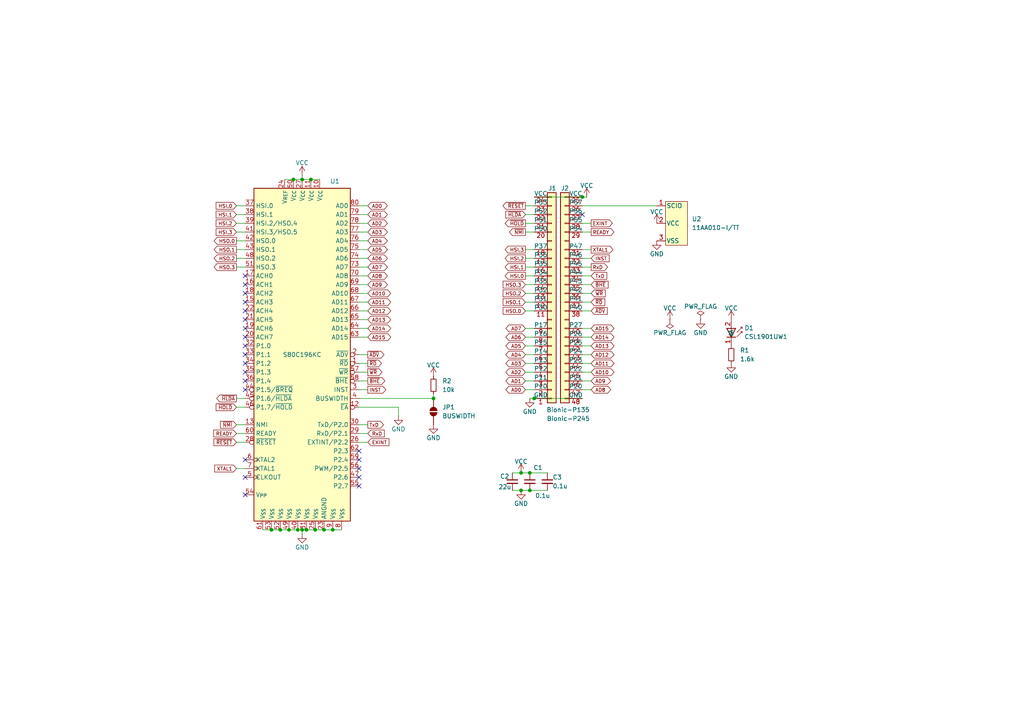
<source format=kicad_sch>
(kicad_sch (version 20250114) (generator "eeschema") (generator_version "9.0")
  (paper "A4")
  (title_block (title "BionicS80C196KC") (date "2025-12-03") (rev "1") (company "Tadashi G. Takaoka"))
  (lib_symbols
    (symbol "Device:C_Small" (pin_numbers (hide yes)) (pin_names (offset 0.254) (hide yes))
      (property "Reference" "C" (at 0.254 1.778 0))
      (property "Value" "C_Small" (at 0.254 -2.032 0))
      (symbol "C_Small_0_1"
        (polyline (pts (xy -1.524 0.508) (xy 1.524 0.508)) (stroke (width 0.3048)))
        (polyline (pts (xy -1.524 -0.508) (xy 1.524 -0.508)) (stroke (width 0.3302)))
      )
      (symbol "C_Small_1_1"
        (pin passive line (at 0 2.54 270) (length 2.032) (name "~") (number "1"))
        (pin passive line (at 0 -2.54 90) (length 2.032) (name "~") (number "2"))
      )
    )
    (symbol "Device:R_Small" (pin_numbers (hide yes)) (pin_names (offset 0.254) (hide yes))
      (property "Reference" "R" (at 0 0 90))
      (property "Value" "R_Small" (at 1.778 0 90))
      (symbol "R_Small_0_1"
        (rectangle (start -0.762 1.778) (end 0.762 -1.778) (stroke (width 0.2032)))
      )
      (symbol "R_Small_1_1"
        (pin passive line (at 0 2.54 270) (length 0.762) (name "~") (number "1"))
        (pin passive line (at 0 -2.54 90) (length 0.762) (name "~") (number "2"))
      )
    )
    (symbol "Jumper:SolderJumper_2_Open" (pin_numbers (hide yes)) (pin_names (offset 0) (hide yes)) (in_bom no)
      (property "Reference" "JP" (at 0 2.032 0))
      (property "Value" "SolderJumper_2_Open" (at 0 -2.54 0))
      (symbol "SolderJumper_2_Open_0_1"
        (polyline (pts (xy -0.254 1.016) (xy -0.254 -1.016)))
        (arc (start -0.254 -1.016) (mid -1.2656 0) (end -0.254 1.016))
        (arc (start -0.254 -1.016) (mid -1.2656 0) (end -0.254 1.016) (fill (type outline)))
        (arc (start 0.254 1.016) (mid 1.2656 0) (end 0.254 -1.016))
        (arc (start 0.254 1.016) (mid 1.2656 0) (end 0.254 -1.016) (fill (type outline)))
        (polyline (pts (xy 0.254 1.016) (xy 0.254 -1.016)))
      )
      (symbol "SolderJumper_2_Open_1_1"
        (pin passive line (at -3.81 0 0) (length 2.54) (name "A") (number "1"))
        (pin passive line (at 3.81 0 180) (length 2.54) (name "B") (number "2"))
      )
    )
    (symbol "bionic:Bionic-P135" (pin_names (offset 0))
      (property "Reference" "J" (at 0 30.48 0))
      (property "Value" "Bionic-P135" (at -1.27 -33.02 0))
      (symbol "Bionic-P135_1_1"
        (rectangle (start 0 28.067) (end -1.27 27.813) (stroke (width 0.1524)))
        (rectangle (start 0 25.527) (end -1.27 25.273) (stroke (width 0.1524)))
        (rectangle (start 0 22.987) (end -1.27 22.733) (stroke (width 0.1524)))
        (rectangle (start 0 20.447) (end -1.27 20.193) (stroke (width 0.1524)))
        (rectangle (start 0 17.907) (end -1.27 17.653) (stroke (width 0.1524)))
        (rectangle (start 0 15.367) (end -1.27 15.113) (stroke (width 0.1524)))
        (rectangle (start 0 12.827) (end -1.27 12.573) (stroke (width 0.1524)))
        (rectangle (start 0 10.287) (end -1.27 10.033) (stroke (width 0.1524)))
        (rectangle (start 0 7.747) (end -1.27 7.493) (stroke (width 0.1524)))
        (rectangle (start 0 5.207) (end -1.27 4.953) (stroke (width 0.1524)))
        (rectangle (start 0 2.667) (end -1.27 2.413) (stroke (width 0.1524)))
        (rectangle (start 0 0.127) (end -1.27 -0.127) (stroke (width 0.1524)))
        (rectangle (start 0 -2.413) (end -1.27 -2.667) (stroke (width 0.1524)))
        (rectangle (start 0 -4.953) (end -1.27 -5.207) (stroke (width 0.1524)))
        (rectangle (start 0 -7.493) (end -1.27 -7.747) (stroke (width 0.1524)))
        (rectangle (start 0 -10.033) (end -1.27 -10.287) (stroke (width 0.1524)))
        (rectangle (start 0 -12.573) (end -1.27 -12.827) (stroke (width 0.1524)))
        (rectangle (start 0 -15.113) (end -1.27 -15.367) (stroke (width 0.1524)))
        (rectangle (start 0 -17.653) (end -1.27 -17.907) (stroke (width 0.1524)))
        (rectangle (start 0 -20.193) (end -1.27 -20.447) (stroke (width 0.1524)))
        (rectangle (start 0 -22.733) (end -1.27 -22.987) (stroke (width 0.1524)))
        (rectangle (start 0 -25.273) (end -1.27 -25.527) (stroke (width 0.1524)))
        (rectangle (start 0 -27.813) (end -1.27 -28.067) (stroke (width 0.1524)))
        (rectangle (start 0 -30.353) (end -1.27 -30.607) (stroke (width 0.1524)))
        (rectangle (start 1.27 29.21) (end -1.27 -31.75) (stroke (width 0.254)) (fill (type background)))
        (pin power_in line (at -5.08 27.94 0) (length 3.81) (name "VCC") (number "24"))
        (pin bidirectional line (at -5.08 25.4 0) (length 3.81) (name "P53") (number "23"))
        (pin bidirectional line (at -5.08 22.86 0) (length 3.81) (name "P52") (number "22"))
        (pin bidirectional line (at -5.08 20.32 0) (length 3.81) (name "P51") (number "21"))
        (pin bidirectional line (at -5.08 17.78 0) (length 3.81) (name "P50") (number "20"))
        (pin bidirectional line (at -5.08 12.7 0) (length 3.81) (name "P37") (number "18"))
        (pin bidirectional line (at -5.08 10.16 0) (length 3.81) (name "P36") (number "17"))
        (pin bidirectional line (at -5.08 7.62 0) (length 3.81) (name "P35") (number "16"))
        (pin bidirectional line (at -5.08 5.08 0) (length 3.81) (name "P34") (number "15"))
        (pin bidirectional line (at -5.08 2.54 0) (length 3.81) (name "P33") (number "14"))
        (pin bidirectional line (at -5.08 0 0) (length 3.81) (name "P32") (number "13"))
        (pin bidirectional line (at -5.08 -2.54 0) (length 3.81) (name "P31") (number "12"))
        (pin bidirectional line (at -5.08 -5.08 0) (length 3.81) (name "P30") (number "11"))
        (pin bidirectional line (at -5.08 -10.16 0) (length 3.81) (name "P17") (number "9"))
        (pin bidirectional line (at -5.08 -12.7 0) (length 3.81) (name "P16") (number "8"))
        (pin bidirectional line (at -5.08 -15.24 0) (length 3.81) (name "P15") (number "7"))
        (pin bidirectional line (at -5.08 -17.78 0) (length 3.81) (name "P14") (number "6"))
        (pin bidirectional line (at -5.08 -20.32 0) (length 3.81) (name "P13") (number "5"))
        (pin bidirectional line (at -5.08 -22.86 0) (length 3.81) (name "P12") (number "4"))
        (pin bidirectional line (at -5.08 -25.4 0) (length 3.81) (name "P11") (number "3"))
        (pin bidirectional line (at -5.08 -27.94 0) (length 3.81) (name "P10") (number "2"))
        (pin power_in line (at -5.08 -30.48 0) (length 3.81) (name "GND") (number "1"))
      )
    )
    (symbol "bionic:Bionic-P245" (pin_names (offset 0))
      (property "Reference" "J" (at -3.81 30.48 0))
      (property "Value" "Bionic-P245" (at -1.27 -33.02 0))
      (symbol "Bionic-P245_1_1"
        (rectangle (start -2.54 29.21) (end -5.08 -31.75) (stroke (width 0.254)) (fill (type background)))
        (rectangle (start -2.54 27.813) (end -3.81 28.067) (stroke (width 0.1524)))
        (rectangle (start -2.54 25.273) (end -3.81 25.527) (stroke (width 0.1524)))
        (rectangle (start -2.54 22.733) (end -3.81 22.987) (stroke (width 0.1524)))
        (rectangle (start -2.54 20.193) (end -3.81 20.447) (stroke (width 0.1524)))
        (rectangle (start -2.54 17.653) (end -3.81 17.907) (stroke (width 0.1524)))
        (rectangle (start -2.54 15.113) (end -3.81 15.367) (stroke (width 0.1524)))
        (rectangle (start -2.54 12.573) (end -3.81 12.827) (stroke (width 0.1524)))
        (rectangle (start -2.54 10.033) (end -3.81 10.287) (stroke (width 0.1524)))
        (rectangle (start -2.54 7.493) (end -3.81 7.747) (stroke (width 0.1524)))
        (rectangle (start -2.54 4.953) (end -3.81 5.207) (stroke (width 0.1524)))
        (rectangle (start -2.54 2.413) (end -3.81 2.667) (stroke (width 0.1524)))
        (rectangle (start -2.54 -0.127) (end -3.81 0.127) (stroke (width 0.1524)))
        (rectangle (start -2.54 -2.667) (end -3.81 -2.413) (stroke (width 0.1524)))
        (rectangle (start -2.54 -5.207) (end -3.81 -4.953) (stroke (width 0.1524)))
        (rectangle (start -2.54 -7.747) (end -3.81 -7.493) (stroke (width 0.1524)))
        (rectangle (start -2.54 -10.287) (end -3.81 -10.033) (stroke (width 0.1524)))
        (rectangle (start -2.54 -12.827) (end -3.81 -12.573) (stroke (width 0.1524)))
        (rectangle (start -2.54 -15.367) (end -3.81 -15.113) (stroke (width 0.1524)))
        (rectangle (start -2.54 -17.907) (end -3.81 -17.653) (stroke (width 0.1524)))
        (rectangle (start -2.54 -20.447) (end -3.81 -20.193) (stroke (width 0.1524)))
        (rectangle (start -2.54 -22.987) (end -3.81 -22.733) (stroke (width 0.1524)))
        (rectangle (start -2.54 -25.527) (end -3.81 -25.273) (stroke (width 0.1524)))
        (rectangle (start -2.54 -28.067) (end -3.81 -27.813) (stroke (width 0.1524)))
        (rectangle (start -2.54 -30.607) (end -3.81 -30.353) (stroke (width 0.1524)))
        (pin power_in line (at 1.27 27.94 180) (length 3.81) (name "VCC") (number "25"))
        (pin bidirectional line (at 1.27 25.4 180) (length 3.81) (name "P57") (number "26"))
        (pin bidirectional line (at 1.27 22.86 180) (length 3.81) (name "P56") (number "27"))
        (pin bidirectional line (at 1.27 20.32 180) (length 3.81) (name "P55") (number "28"))
        (pin bidirectional line (at 1.27 17.78 180) (length 3.81) (name "P54") (number "29"))
        (pin bidirectional line (at 1.27 12.7 180) (length 3.81) (name "P47") (number "31"))
        (pin bidirectional line (at 1.27 10.16 180) (length 3.81) (name "P46") (number "32"))
        (pin bidirectional line (at 1.27 7.62 180) (length 3.81) (name "P45") (number "33"))
        (pin bidirectional line (at 1.27 5.08 180) (length 3.81) (name "P44") (number "34"))
        (pin bidirectional line (at 1.27 2.54 180) (length 3.81) (name "P43") (number "35"))
        (pin bidirectional line (at 1.27 0 180) (length 3.81) (name "P42") (number "36"))
        (pin bidirectional line (at 1.27 -2.54 180) (length 3.81) (name "P41") (number "37"))
        (pin bidirectional line (at 1.27 -5.08 180) (length 3.81) (name "P40") (number "38"))
        (pin bidirectional line (at 1.27 -10.16 180) (length 3.81) (name "P27") (number "40"))
        (pin bidirectional line (at 1.27 -12.7 180) (length 3.81) (name "P26") (number "41"))
        (pin bidirectional line (at 1.27 -15.24 180) (length 3.81) (name "P25") (number "42"))
        (pin bidirectional line (at 1.27 -17.78 180) (length 3.81) (name "P24") (number "43"))
        (pin bidirectional line (at 1.27 -20.32 180) (length 3.81) (name "P23") (number "44"))
        (pin bidirectional line (at 1.27 -22.86 180) (length 3.81) (name "P22") (number "45"))
        (pin bidirectional line (at 1.27 -25.4 180) (length 3.81) (name "P21") (number "46"))
        (pin bidirectional line (at 1.27 -27.94 180) (length 3.81) (name "P20") (number "47"))
        (pin power_in line (at 1.27 -30.48 180) (length 3.81) (name "GND") (number "48"))
      )
    )
    (symbol "cpu:S80C196KC"
      (property "Reference" "U" (at 8.636 50.546 0))
      (property "Value" "S80C196KC" (at 0.508 0.254 0))
      (symbol "S80C196KC_0_0"
        (pin input line (at -16.51 43.18 0) (length 2.54) (name "HSI.0") (number "37"))
        (pin input line (at -16.51 40.64 0) (length 2.54) (name "HSI.1") (number "38"))
        (pin bidirectional line (at -16.51 38.1 0) (length 2.54) (name "HSI.2/HSO.4") (number "39"))
        (pin bidirectional line (at -16.51 35.56 0) (length 2.54) (name "HSI.3/HSO.5") (number "41"))
        (pin bidirectional line (at -16.51 7.62 0) (length 2.54) (name "ACH6") (number "19"))
        (pin bidirectional line (at -16.51 5.08 0) (length 2.54) (name "ACH7") (number "20"))
        (pin input line (at -5.08 50.8 270) (length 2.54) (name "V_{REF}") (number "24"))
        (pin power_in line (at 8.89 -50.8 90) (length 2.54) (name "V_{SS}") (number "9"))
        (pin input inverted (at 16.51 -15.24 180) (length 2.54) (name "~{EA}") (number "12"))
      )
      (symbol "S80C196KC_0_1"
        (rectangle (start -13.97 48.26) (end 13.97 -48.26) (stroke (width 0.254)) (fill (type background)))
      )
      (symbol "S80C196KC_1_0"
        (pin bidirectional line (at -16.51 22.86 0) (length 2.54) (name "ACH0") (number "17"))
        (pin bidirectional line (at -16.51 20.32 0) (length 2.54) (name "ACH1") (number "16"))
        (pin bidirectional line (at -16.51 17.78 0) (length 2.54) (name "ACH2") (number "18"))
        (pin bidirectional line (at -16.51 15.24 0) (length 2.54) (name "ACH3") (number "15"))
        (pin bidirectional line (at -16.51 2.54 0) (length 2.54) (name "P1.0") (number "32"))
        (pin bidirectional line (at -16.51 0 0) (length 2.54) (name "P1.1") (number "33"))
        (pin bidirectional line (at -16.51 -2.54 0) (length 2.54) (name "P1.2") (number "34"))
        (pin bidirectional line (at -16.51 -5.08 0) (length 2.54) (name "P1.3") (number "35"))
        (pin bidirectional line (at -16.51 -7.62 0) (length 2.54) (name "P1.4") (number "36"))
        (pin output inverted (at -16.51 -10.16 0) (length 2.54) (name "P1.5/~{BREQ}") (number "44"))
        (pin output inverted (at -16.51 -12.7 0) (length 2.54) (name "P1.6/~{HLDA}") (number "45"))
        (pin input inverted (at -16.51 -15.24 0) (length 2.54) (name "P1.7/~{HOLD}") (number "46"))
        (pin input line (at -16.51 -20.32 0) (length 2.54) (name "NMI") (number "13"))
        (pin output clock (at -16.51 -35.56 0) (length 2.54) (name "CLKOUT") (number "5"))
        (pin power_in line (at -11.43 -50.8 90) (length 2.54) (name "V_{SS}") (number "61"))
        (pin power_in line (at -8.89 -50.8 90) (length 2.54) (name "V_{SS}") (number "53"))
        (pin power_in line (at -6.35 -50.8 90) (length 2.54) (name "V_{SS}") (number "52"))
        (pin power_in line (at -3.81 -50.8 90) (length 2.54) (name "V_{SS}") (number "49"))
        (pin power_in line (at -2.54 50.8 270) (length 2.54) (name "V_{CC}") (number "50"))
        (pin power_in line (at -1.27 -50.8 90) (length 2.54) (name "V_{SS}") (number "40"))
        (pin power_in line (at 0 50.8 270) (length 2.54) (name "V_{CC}") (number "27"))
        (pin power_in line (at 1.27 -50.8 90) (length 2.54) (name "V_{SS}") (number "31"))
        (pin power_in line (at 3.81 -50.8 90) (length 2.54) (name "V_{SS}") (number "25"))
        (pin output line (at 16.51 -10.16 180) (length 2.54) (name "INST") (number "3"))
        (pin input line (at 16.51 -12.7 180) (length 2.54) (name "BUSWIDTH") (number "4"))
        (pin input line (at 16.51 -25.4 180) (length 2.54) (name "EXTINT/P2.2") (number "26"))
        (pin bidirectional line (at 16.51 -27.94 180) (length 2.54) (name "P2.3") (number "62"))
        (pin bidirectional line (at 16.51 -30.48 180) (length 2.54) (name "P2.4") (number "59"))
        (pin bidirectional line (at 16.51 -38.1 180) (length 2.54) (name "P2.7") (number "55"))
        (pin no_connect line (at 16.51 -45.72 180) (length 2.54) (hide yes) (name "N.C.") (number "14"))
        (pin no_connect line (at 16.51 -45.72 180) (length 2.54) (hide yes) (name "N.C.") (number "71"))
        (pin no_connect line (at 16.51 -45.72 180) (length 2.54) (hide yes) (name "N.C.") (number "72"))
      )
      (symbol "S80C196KC_1_1"
        (pin output line (at -16.51 33.02 0) (length 2.54) (name "HSO.0") (number "42"))
        (pin output line (at -16.51 30.48 0) (length 2.54) (name "HSO.1") (number "43"))
        (pin output line (at -16.51 27.94 0) (length 2.54) (name "HSO.2") (number "48"))
        (pin output line (at -16.51 25.4 0) (length 2.54) (name "HSO.3") (number "51"))
        (pin bidirectional line (at -16.51 12.7 0) (length 2.54) (name "ACH4") (number "22"))
        (pin bidirectional line (at -16.51 10.16 0) (length 2.54) (name "ACH5") (number "21"))
        (pin input line (at -16.51 -22.86 0) (length 2.54) (name "READY") (number "60"))
        (pin input inverted (at -16.51 -25.4 0) (length 2.54) (name "~{RESET}") (number "28"))
        (pin output clock (at -16.51 -30.48 0) (length 2.54) (name "XTAL2") (number "6"))
        (pin input clock (at -16.51 -33.02 0) (length 2.54) (name "XTAL1") (number "7"))
        (pin passive line (at -16.51 -40.64 0) (length 2.54) (name "V_{PP}") (number "54"))
        (pin power_in line (at 2.54 50.8 270) (length 2.54) (name "V_{CC}") (number "11"))
        (pin power_in line (at 5.08 50.8 270) (length 2.54) (name "V_{CC}") (number "10"))
        (pin power_in line (at 6.35 -50.8 90) (length 2.54) (name "ANGND") (number "23"))
        (pin power_in line (at 11.43 -50.8 90) (length 2.54) (name "V_{SS}") (number "8"))
        (pin bidirectional line (at 16.51 43.18 180) (length 2.54) (name "AD0") (number "80"))
        (pin bidirectional line (at 16.51 40.64 180) (length 2.54) (name "AD1") (number "79"))
        (pin bidirectional line (at 16.51 38.1 180) (length 2.54) (name "AD2") (number "78"))
        (pin bidirectional line (at 16.51 35.56 180) (length 2.54) (name "AD3") (number "77"))
        (pin bidirectional line (at 16.51 33.02 180) (length 2.54) (name "AD4") (number "76"))
        (pin bidirectional line (at 16.51 30.48 180) (length 2.54) (name "AD5") (number "75"))
        (pin bidirectional line (at 16.51 27.94 180) (length 2.54) (name "AD6") (number "74"))
        (pin bidirectional line (at 16.51 25.4 180) (length 2.54) (name "AD7") (number "73"))
        (pin bidirectional line (at 16.51 22.86 180) (length 2.54) (name "AD8") (number "70"))
        (pin bidirectional line (at 16.51 20.32 180) (length 2.54) (name "AD9") (number "69"))
        (pin bidirectional line (at 16.51 17.78 180) (length 2.54) (name "AD10") (number "68"))
        (pin bidirectional line (at 16.51 15.24 180) (length 2.54) (name "AD11") (number "67"))
        (pin bidirectional line (at 16.51 12.7 180) (length 2.54) (name "AD12") (number "66"))
        (pin bidirectional line (at 16.51 10.16 180) (length 2.54) (name "AD13") (number "65"))
        (pin bidirectional line (at 16.51 7.62 180) (length 2.54) (name "AD14") (number "64"))
        (pin bidirectional line (at 16.51 5.08 180) (length 2.54) (name "AD15") (number "63"))
        (pin output inverted (at 16.51 0 180) (length 2.54) (name "~{ADV}") (number "2"))
        (pin output inverted (at 16.51 -2.54 180) (length 2.54) (name "~{RD}") (number "1"))
        (pin output inverted (at 16.51 -5.08 180) (length 2.54) (name "~{WR}") (number "57"))
        (pin output inverted (at 16.51 -7.62 180) (length 2.54) (name "~{BHE}") (number "58"))
        (pin output line (at 16.51 -20.32 180) (length 2.54) (name "TxD/P2.0") (number "30"))
        (pin input line (at 16.51 -22.86 180) (length 2.54) (name "RxD/P2.1") (number "29"))
        (pin bidirectional line (at 16.51 -33.02 180) (length 2.54) (name "PWM/P2.5") (number "56"))
        (pin bidirectional line (at 16.51 -35.56 180) (length 2.54) (name "P2.6") (number "47"))
      )
    )
    (symbol "microchip:11AA010-I_TT" (pin_names (offset 0.254))
      (property "Reference" "U" (at 2.54 1.27 0))
      (property "Value" "11AA010-I/TT" (at 3.81 -13.97 0))
      (symbol "11AA010-I_TT_1_1"
        (rectangle (start 0 0) (end 6.35 -12.7) (fill (type background)))
        (pin bidirectional line (at -2.54 -1.27 0) (length 2.54) (name "SCIO") (number "1"))
        (pin power_in line (at -2.54 -6.35 0) (length 2.54) (name "VCC") (number "2"))
        (pin power_in line (at -2.54 -11.43 0) (length 2.54) (name "VSS") (number "3"))
      )
    )
    (symbol "power:GND" (power) (pin_numbers (hide yes)) (pin_names (offset 0) (hide yes))
      (property "Value" "GND" (at 0 -3.81 0))
      (symbol "GND_0_1"
        (polyline (pts (xy 0 0) (xy 0 -1.27) (xy 1.27 -1.27) (xy 0 -2.54) (xy -1.27 -1.27) (xy 0 -1.27)))
      )
      (symbol "GND_1_1"
        (pin power_in line (at 0 0 270) (length 0) (name "~") (number "1"))
      )
    )
    (symbol "power:PWR_FLAG" (power) (pin_numbers (hide yes)) (pin_names (offset 0) (hide yes))
      (property "Value" "PWR_FLAG" (at 0 3.81 0))
      (symbol "PWR_FLAG_0_0"
        (pin power_out line (at 0 0 90) (length 0) (name "~") (number "1"))
      )
      (symbol "PWR_FLAG_0_1"
        (polyline (pts (xy 0 0) (xy 0 1.27) (xy -1.016 1.905) (xy 0 2.54) (xy 1.016 1.905) (xy 0 1.27)))
      )
    )
    (symbol "power:VCC" (power) (pin_numbers (hide yes)) (pin_names (offset 0) (hide yes))
      (property "Value" "VCC" (at 0 3.556 0))
      (symbol "VCC_0_1"
        (polyline (pts (xy -0.762 1.27) (xy 0 2.54)))
        (polyline (pts (xy 0 2.54) (xy 0.762 1.27)))
        (polyline (pts (xy 0 0) (xy 0 2.54)))
      )
      (symbol "VCC_1_1"
        (pin power_in line (at 0 0 90) (length 0) (name "~") (number "1"))
      )
    )
    (symbol "rhom:CSL1901UW1" (pin_names (offset 0.254))
      (property "Reference" "D" (at 3.81 -2.54 0))
      (property "Value" "CSL1901UW1" (at 3.81 -5.08 0))
      (symbol "CSL1901UW1_0_1"
        (polyline (pts (xy 2.159 3.175) (xy 2.667 3.175)))
        (polyline (pts (xy 2.54 0) (xy 5.08 0)))
        (polyline (pts (xy 2.54 -1.27) (xy 5.08 0) (xy 2.54 1.27) (xy 2.54 -1.27)) (stroke (width 0.254)))
        (polyline (pts (xy 3.683 1.651) (xy 2.159 3.175) (xy 2.159 2.667)))
        (polyline (pts (xy 4.953 1.651) (xy 3.429 3.175) (xy 3.429 2.667) (xy 3.429 3.175) (xy 3.937 3.175)))
        (polyline (pts (xy 5.08 1.27) (xy 5.08 -1.27)) (stroke (width 0.254)))
      )
      (symbol "CSL1901UW1_1_1"
        (pin passive line (at 0 0 0) (length 2.54) (name "A") (number "2"))
        (pin passive line (at 7.62 0 180) (length 2.54) (name "K") (number "1"))
      )
      (symbol "CSL1901UW1_1_2"
        (polyline (pts (xy -5.08 8.255) (xy -5.08 7.62)) (stroke (width 0.2032)))
        (polyline (pts (xy -5.08 7.62) (xy -4.445 8.255)) (stroke (width 0.2032)))
        (polyline (pts (xy -4.445 10.16) (xy -4.445 9.525)) (stroke (width 0.2032)))
        (polyline (pts (xy -4.445 9.525) (xy -3.81 10.16)) (stroke (width 0.2032)))
        (polyline (pts (xy -4.445 8.255) (xy -5.08 8.255)) (stroke (width 0.2032)))
        (polyline (pts (xy -4.445 6.35) (xy -3.81 6.985)) (stroke (width 0.2032)))
        (polyline (pts (xy -3.81 10.16) (xy -4.445 10.16)) (stroke (width 0.2032)))
        (polyline (pts (xy -3.81 8.255) (xy -3.175 8.89)) (stroke (width 0.2032)))
        (polyline (pts (xy -3.81 6.985) (xy -5.08 8.255)) (stroke (width 0.2032)))
        (polyline (pts (xy -3.175 8.89) (xy -4.445 10.16)) (stroke (width 0.2032)))
        (polyline (pts (xy -3.175 5.08) (xy -4.445 6.35)) (stroke (width 0.2032)))
        (polyline (pts (xy -2.54 6.985) (xy -3.81 8.255)) (stroke (width 0.2032)))
        (polyline (pts (xy -1.905 3.81) (xy 1.905 3.81)) (stroke (width 0.2032)))
        (polyline (pts (xy 0 6.35) (xy -1.905 3.81)) (stroke (width 0.2032)))
        (polyline (pts (xy 0 6.35) (xy 0 7.62)) (stroke (width 0.2032)))
        (polyline (pts (xy 0 3.175) (xy 0 3.81)) (stroke (width 0.2032)))
        (polyline (pts (xy 0 2.54) (xy 0 3.4798)) (stroke (width 0.2032)))
        (polyline (pts (xy 1.905 6.35) (xy -1.905 6.35)) (stroke (width 0.2032)))
        (polyline (pts (xy 1.905 3.81) (xy 0 6.35)) (stroke (width 0.2032)))
        (pin unspecified line (at 0 10.16 270) (length 2.54) (name "") (number "1"))
        (pin unspecified line (at 0 0 90) (length 2.54) (name "") (number "2"))
      )
    )
  )
  (junction (at 153.67 137.16))
  (junction (at 83.82 153.67))
  (junction (at 153.67 142.24))
  (junction (at 81.28 153.67))
  (junction (at 168.91 57.15))
  (junction (at 87.63 153.67))
  (junction (at 93.98 153.67))
  (junction (at 87.63 52.07))
  (junction (at 151.13 137.16))
  (junction (at 85.09 52.07))
  (junction (at 125.73 115.57))
  (junction (at 151.13 142.24))
  (junction (at 154.94 115.57))
  (junction (at 91.44 153.67))
  (junction (at 88.9 153.67))
  (junction (at 78.74 153.67))
  (junction (at 86.36 153.67))
  (junction (at 90.17 52.07))
  (junction (at 96.52 153.67))
  (no_connect (at 71.12 82.55))
  (no_connect (at 104.14 138.43))
  (no_connect (at 104.14 133.35))
  (no_connect (at 71.12 100.33))
  (no_connect (at 71.12 102.87))
  (no_connect (at 71.12 133.35))
  (no_connect (at 71.12 95.25))
  (no_connect (at 71.12 105.41))
  (no_connect (at 71.12 92.71))
  (no_connect (at 71.12 90.17))
  (no_connect (at 104.14 135.89))
  (no_connect (at 71.12 85.09))
  (no_connect (at 71.12 80.01))
  (no_connect (at 168.91 62.23))
  (no_connect (at 104.14 130.81))
  (no_connect (at 71.12 97.79))
  (no_connect (at 71.12 107.95))
  (no_connect (at 71.12 138.43))
  (no_connect (at 71.12 87.63))
  (no_connect (at 71.12 113.03))
  (no_connect (at 71.12 143.51))
  (no_connect (at 104.14 140.97))
  (no_connect (at 71.12 110.49))
  (wire (pts (xy 68.58 135.89) (xy 71.12 135.89)))
  (wire (pts (xy 152.4 80.01) (xy 154.94 80.01)))
  (wire (pts (xy 152.4 59.69) (xy 154.94 59.69)))
  (wire (pts (xy 104.14 80.01) (xy 106.68 80.01)))
  (wire (pts (xy 104.14 125.73) (xy 106.68 125.73)))
  (wire (pts (xy 168.91 80.01) (xy 171.45 80.01)))
  (wire (pts (xy 68.58 118.11) (xy 71.12 118.11)))
  (wire (pts (xy 168.91 64.77) (xy 171.45 64.77)))
  (wire (pts (xy 168.91 67.31) (xy 171.45 67.31)))
  (wire (pts (xy 104.14 59.69) (xy 106.68 59.69)))
  (wire (pts (xy 168.91 72.39) (xy 171.45 72.39)))
  (wire (pts (xy 152.4 100.33) (xy 154.94 100.33)))
  (wire (pts (xy 68.58 115.57) (xy 71.12 115.57)))
  (wire (pts (xy 115.57 118.11) (xy 115.57 120.65)))
  (wire (pts (xy 148.59 137.16) (xy 151.13 137.16)))
  (wire (pts (xy 86.36 153.67) (xy 87.63 153.67)))
  (wire (pts (xy 168.91 95.25) (xy 171.45 95.25)))
  (wire (pts (xy 68.58 77.47) (xy 71.12 77.47)))
  (wire (pts (xy 91.44 153.67) (xy 93.98 153.67)))
  (wire (pts (xy 104.14 128.27) (xy 106.68 128.27)))
  (wire (pts (xy 87.63 153.67) (xy 88.9 153.67)))
  (wire (pts (xy 168.91 110.49) (xy 171.45 110.49)))
  (wire (pts (xy 81.28 153.67) (xy 83.82 153.67)))
  (wire (pts (xy 168.91 107.95) (xy 171.45 107.95)))
  (wire (pts (xy 104.14 110.49) (xy 106.68 110.49)))
  (wire (pts (xy 104.14 90.17) (xy 106.68 90.17)))
  (wire (pts (xy 152.4 74.93) (xy 154.94 74.93)))
  (wire (pts (xy 87.63 153.67) (xy 87.63 154.94)))
  (wire (pts (xy 168.91 100.33) (xy 171.45 100.33)))
  (wire (pts (xy 68.58 125.73) (xy 71.12 125.73)))
  (wire (pts (xy 93.98 153.67) (xy 96.52 153.67)))
  (wire (pts (xy 104.14 95.25) (xy 106.68 95.25)))
  (wire (pts (xy 168.91 102.87) (xy 171.45 102.87)))
  (wire (pts (xy 68.58 72.39) (xy 71.12 72.39)))
  (wire (pts (xy 68.58 128.27) (xy 71.12 128.27)))
  (wire (pts (xy 68.58 59.69) (xy 71.12 59.69)))
  (wire (pts (xy 104.14 102.87) (xy 106.68 102.87)))
  (wire (pts (xy 104.14 92.71) (xy 106.68 92.71)))
  (wire (pts (xy 104.14 69.85) (xy 106.68 69.85)))
  (wire (pts (xy 90.17 52.07) (xy 92.71 52.07)))
  (wire (pts (xy 152.4 90.17) (xy 154.94 90.17)))
  (wire (pts (xy 168.91 57.15) (xy 170.18 57.15)))
  (wire (pts (xy 152.4 67.31) (xy 154.94 67.31)))
  (wire (pts (xy 104.14 97.79) (xy 106.68 97.79)))
  (wire (pts (xy 152.4 102.87) (xy 154.94 102.87)))
  (wire (pts (xy 158.75 137.16) (xy 153.67 137.16)))
  (wire (pts (xy 104.14 105.41) (xy 106.68 105.41)))
  (wire (pts (xy 104.14 115.57) (xy 125.73 115.57)))
  (wire (pts (xy 104.14 87.63) (xy 106.68 87.63)))
  (wire (pts (xy 152.4 77.47) (xy 154.94 77.47)))
  (wire (pts (xy 152.4 97.79) (xy 154.94 97.79)))
  (wire (pts (xy 152.4 85.09) (xy 154.94 85.09)))
  (wire (pts (xy 152.4 110.49) (xy 154.94 110.49)))
  (wire (pts (xy 168.91 105.41) (xy 171.45 105.41)))
  (wire (pts (xy 85.09 52.07) (xy 87.63 52.07)))
  (wire (pts (xy 104.14 118.11) (xy 115.57 118.11)))
  (wire (pts (xy 168.91 85.09) (xy 171.45 85.09)))
  (wire (pts (xy 148.59 142.24) (xy 151.13 142.24)))
  (wire (pts (xy 168.91 113.03) (xy 171.45 113.03)))
  (wire (pts (xy 152.4 62.23) (xy 154.94 62.23)))
  (wire (pts (xy 152.4 107.95) (xy 154.94 107.95)))
  (wire (pts (xy 68.58 62.23) (xy 71.12 62.23)))
  (wire (pts (xy 168.91 74.93) (xy 171.45 74.93)))
  (wire (pts (xy 153.67 115.57) (xy 154.94 115.57)))
  (wire (pts (xy 104.14 72.39) (xy 106.68 72.39)))
  (wire (pts (xy 104.14 74.93) (xy 106.68 74.93)))
  (wire (pts (xy 151.13 137.16) (xy 153.67 137.16)))
  (wire (pts (xy 152.4 113.03) (xy 154.94 113.03)))
  (wire (pts (xy 104.14 67.31) (xy 106.68 67.31)))
  (wire (pts (xy 96.52 153.67) (xy 99.06 153.67)))
  (wire (pts (xy 168.91 97.79) (xy 171.45 97.79)))
  (wire (pts (xy 104.14 82.55) (xy 106.68 82.55)))
  (wire (pts (xy 104.14 64.77) (xy 106.68 64.77)))
  (wire (pts (xy 168.91 87.63) (xy 171.45 87.63)))
  (wire (pts (xy 154.94 57.15) (xy 168.91 57.15)))
  (wire (pts (xy 154.94 115.57) (xy 168.91 115.57)))
  (wire (pts (xy 168.91 82.55) (xy 171.45 82.55)))
  (wire (pts (xy 125.73 114.3) (xy 125.73 115.57)))
  (wire (pts (xy 152.4 82.55) (xy 154.94 82.55)))
  (wire (pts (xy 104.14 123.19) (xy 106.68 123.19)))
  (wire (pts (xy 87.63 52.07) (xy 90.17 52.07)))
  (wire (pts (xy 152.4 64.77) (xy 154.94 64.77)))
  (wire (pts (xy 82.55 52.07) (xy 85.09 52.07)))
  (wire (pts (xy 104.14 107.95) (xy 106.68 107.95)))
  (wire (pts (xy 104.14 62.23) (xy 106.68 62.23)))
  (wire (pts (xy 152.4 87.63) (xy 154.94 87.63)))
  (wire (pts (xy 68.58 69.85) (xy 71.12 69.85)))
  (wire (pts (xy 152.4 95.25) (xy 154.94 95.25)))
  (wire (pts (xy 104.14 113.03) (xy 106.68 113.03)))
  (wire (pts (xy 168.91 90.17) (xy 171.45 90.17)))
  (wire (pts (xy 88.9 153.67) (xy 91.44 153.67)))
  (wire (pts (xy 104.14 77.47) (xy 106.68 77.47)))
  (wire (pts (xy 68.58 64.77) (xy 71.12 64.77)))
  (wire (pts (xy 87.63 50.8) (xy 87.63 52.07)))
  (wire (pts (xy 68.58 123.19) (xy 71.12 123.19)))
  (wire (pts (xy 78.74 153.67) (xy 81.28 153.67)))
  (wire (pts (xy 153.67 142.24) (xy 158.75 142.24)))
  (wire (pts (xy 151.13 142.24) (xy 153.67 142.24)))
  (wire (pts (xy 68.58 74.93) (xy 71.12 74.93)))
  (wire (pts (xy 104.14 85.09) (xy 106.68 85.09)))
  (wire (pts (xy 152.4 105.41) (xy 154.94 105.41)))
  (wire (pts (xy 152.4 72.39) (xy 154.94 72.39)))
  (wire (pts (xy 76.2 153.67) (xy 78.74 153.67)))
  (wire (pts (xy 68.58 67.31) (xy 71.12 67.31)))
  (wire (pts (xy 83.82 153.67) (xy 86.36 153.67)))
  (wire (pts (xy 168.91 77.47) (xy 171.45 77.47)))
  (wire (pts (xy 168.91 59.69) (xy 190.5 59.69)))
  (global_label "AD12" (shape bidirectional) (at 106.68 90.17 0) (effects (font (size 1.016 1.016))) (property "Intersheetrefs" "${INTERSHEET_REFS}" (effects (hide yes))))
  (global_label "~{HLDA}" (shape input) (at 152.4 62.23 180) (effects (font (size 1.016 1.016))) (property "Intersheetrefs" "${INTERSHEET_REFS}" (effects (hide yes))))
  (global_label "AD2" (shape bidirectional) (at 106.68 64.77 0) (effects (font (size 1.016 1.016))) (property "Intersheetrefs" "${INTERSHEET_REFS}" (effects (hide yes))))
  (global_label "HSO.0" (shape output) (at 68.58 69.85 180) (effects (font (size 1.016 1.016))) (property "Intersheetrefs" "${INTERSHEET_REFS}" (effects (hide yes))))
  (global_label "EXINT" (shape output) (at 171.45 64.77 0) (effects (font (size 1.016 1.016))) (property "Intersheetrefs" "${INTERSHEET_REFS}" (effects (hide yes))))
  (global_label "AD7" (shape bidirectional) (at 106.68 77.47 0) (effects (font (size 1.016 1.016))) (property "Intersheetrefs" "${INTERSHEET_REFS}" (effects (hide yes))))
  (global_label "~{RESET}" (shape output) (at 152.4 59.69 180) (effects (font (size 1.016 1.016))) (property "Intersheetrefs" "${INTERSHEET_REFS}" (effects (hide yes))))
  (global_label "~{ADV}" (shape input) (at 171.45 90.17 0) (effects (font (size 1.016 1.016))) (property "Intersheetrefs" "${INTERSHEET_REFS}" (effects (hide yes))))
  (global_label "AD15" (shape bidirectional) (at 106.68 97.79 0) (effects (font (size 1.016 1.016))) (property "Intersheetrefs" "${INTERSHEET_REFS}" (effects (hide yes))))
  (global_label "HSO.1" (shape output) (at 68.58 72.39 180) (effects (font (size 1.016 1.016))) (property "Intersheetrefs" "${INTERSHEET_REFS}" (effects (hide yes))))
  (global_label "READY" (shape output) (at 171.45 67.31 0) (effects (font (size 1.016 1.016))) (property "Intersheetrefs" "${INTERSHEET_REFS}" (effects (hide yes))))
  (global_label "AD6" (shape bidirectional) (at 106.68 74.93 0) (effects (font (size 1.016 1.016))) (property "Intersheetrefs" "${INTERSHEET_REFS}" (effects (hide yes))))
  (global_label "~{NMI}" (shape output) (at 152.4 67.31 180) (effects (font (size 1.016 1.016))) (property "Intersheetrefs" "${INTERSHEET_REFS}" (effects (hide yes))))
  (global_label "HSI.2" (shape input) (at 68.58 64.77 180) (effects (font (size 1.016 1.016))) (property "Intersheetrefs" "${INTERSHEET_REFS}" (effects (hide yes))))
  (global_label "~{NMI}" (shape input) (at 68.58 123.19 180) (effects (font (size 1.016 1.016))) (property "Intersheetrefs" "${INTERSHEET_REFS}" (effects (hide yes))))
  (global_label "AD4" (shape bidirectional) (at 106.68 69.85 0) (effects (font (size 1.016 1.016))) (property "Intersheetrefs" "${INTERSHEET_REFS}" (effects (hide yes))))
  (global_label "AD10" (shape bidirectional) (at 171.45 107.95 0) (effects (font (size 1.016 1.016))) (property "Intersheetrefs" "${INTERSHEET_REFS}" (effects (hide yes))))
  (global_label "AD15" (shape bidirectional) (at 171.45 95.25 0) (effects (font (size 1.016 1.016))) (property "Intersheetrefs" "${INTERSHEET_REFS}" (effects (hide yes))))
  (global_label "INST" (shape output) (at 106.68 113.03 0) (effects (font (size 1.016 1.016))) (property "Intersheetrefs" "${INTERSHEET_REFS}" (effects (hide yes))))
  (global_label "~{BHE}" (shape input) (at 171.45 82.55 0) (effects (font (size 1.016 1.016))) (property "Intersheetrefs" "${INTERSHEET_REFS}" (effects (hide yes))))
  (global_label "XTAL1" (shape input) (at 68.58 135.89 180) (effects (font (size 1.016 1.016))) (property "Intersheetrefs" "${INTERSHEET_REFS}" (effects (hide yes))))
  (global_label "~{RD}" (shape input) (at 171.45 87.63 0) (effects (font (size 1.016 1.016))) (property "Intersheetrefs" "${INTERSHEET_REFS}" (effects (hide yes))))
  (global_label "AD13" (shape bidirectional) (at 106.68 92.71 0) (effects (font (size 1.016 1.016))) (property "Intersheetrefs" "${INTERSHEET_REFS}" (effects (hide yes))))
  (global_label "AD10" (shape bidirectional) (at 106.68 85.09 0) (effects (font (size 1.016 1.016))) (property "Intersheetrefs" "${INTERSHEET_REFS}" (effects (hide yes))))
  (global_label "AD8" (shape bidirectional) (at 171.45 113.03 0) (effects (font (size 1.016 1.016))) (property "Intersheetrefs" "${INTERSHEET_REFS}" (effects (hide yes))))
  (global_label "RxD" (shape input) (at 106.68 125.73 0) (effects (font (size 1.016 1.016))) (property "Intersheetrefs" "${INTERSHEET_REFS}" (effects (hide yes))))
  (global_label "EXINT" (shape input) (at 106.68 128.27 0) (effects (font (size 1.016 1.016))) (property "Intersheetrefs" "${INTERSHEET_REFS}" (effects (hide yes))))
  (global_label "AD7" (shape bidirectional) (at 152.4 95.25 180) (effects (font (size 1.016 1.016))) (property "Intersheetrefs" "${INTERSHEET_REFS}" (effects (hide yes))))
  (global_label "~{RESET}" (shape input) (at 68.58 128.27 180) (effects (font (size 1.016 1.016))) (property "Intersheetrefs" "${INTERSHEET_REFS}" (effects (hide yes))))
  (global_label "AD6" (shape bidirectional) (at 152.4 97.79 180) (effects (font (size 1.016 1.016))) (property "Intersheetrefs" "${INTERSHEET_REFS}" (effects (hide yes))))
  (global_label "~{WR}" (shape output) (at 106.68 107.95 0) (effects (font (size 1.016 1.016))) (property "Intersheetrefs" "${INTERSHEET_REFS}" (effects (hide yes))))
  (global_label "AD8" (shape bidirectional) (at 106.68 80.01 0) (effects (font (size 1.016 1.016))) (property "Intersheetrefs" "${INTERSHEET_REFS}" (effects (hide yes))))
  (global_label "AD12" (shape bidirectional) (at 171.45 102.87 0) (effects (font (size 1.016 1.016))) (property "Intersheetrefs" "${INTERSHEET_REFS}" (effects (hide yes))))
  (global_label "AD4" (shape bidirectional) (at 152.4 102.87 180) (effects (font (size 1.016 1.016))) (property "Intersheetrefs" "${INTERSHEET_REFS}" (effects (hide yes))))
  (global_label "INST" (shape input) (at 171.45 74.93 0) (effects (font (size 1.016 1.016))) (property "Intersheetrefs" "${INTERSHEET_REFS}" (effects (hide yes))))
  (global_label "AD0" (shape bidirectional) (at 106.68 59.69 0) (effects (font (size 1.016 1.016))) (property "Intersheetrefs" "${INTERSHEET_REFS}" (effects (hide yes))))
  (global_label "HSI.3" (shape output) (at 152.4 72.39 180) (effects (font (size 1.016 1.016))) (property "Intersheetrefs" "${INTERSHEET_REFS}" (effects (hide yes))))
  (global_label "~{ADV}" (shape output) (at 106.68 102.87 0) (effects (font (size 1.016 1.016))) (property "Intersheetrefs" "${INTERSHEET_REFS}" (effects (hide yes))))
  (global_label "AD9" (shape bidirectional) (at 171.45 110.49 0) (effects (font (size 1.016 1.016))) (property "Intersheetrefs" "${INTERSHEET_REFS}" (effects (hide yes))))
  (global_label "HSO.3" (shape output) (at 68.58 77.47 180) (effects (font (size 1.016 1.016))) (property "Intersheetrefs" "${INTERSHEET_REFS}" (effects (hide yes))))
  (global_label "TxD" (shape input) (at 171.45 80.01 0) (effects (font (size 1.016 1.016))) (property "Intersheetrefs" "${INTERSHEET_REFS}" (effects (hide yes))))
  (global_label "~{BHE}" (shape output) (at 106.68 110.49 0) (effects (font (size 1.016 1.016))) (property "Intersheetrefs" "${INTERSHEET_REFS}" (effects (hide yes))))
  (global_label "AD2" (shape bidirectional) (at 152.4 107.95 180) (effects (font (size 1.016 1.016))) (property "Intersheetrefs" "${INTERSHEET_REFS}" (effects (hide yes))))
  (global_label "AD11" (shape bidirectional) (at 106.68 87.63 0) (effects (font (size 1.016 1.016))) (property "Intersheetrefs" "${INTERSHEET_REFS}" (effects (hide yes))))
  (global_label "TxD" (shape output) (at 106.68 123.19 0) (effects (font (size 1.016 1.016))) (property "Intersheetrefs" "${INTERSHEET_REFS}" (effects (hide yes))))
  (global_label "AD1" (shape bidirectional) (at 106.68 62.23 0) (effects (font (size 1.016 1.016))) (property "Intersheetrefs" "${INTERSHEET_REFS}" (effects (hide yes))))
  (global_label "~{HLDA}" (shape output) (at 68.58 115.57 180) (effects (font (size 1.016 1.016))) (property "Intersheetrefs" "${INTERSHEET_REFS}" (effects (hide yes))))
  (global_label "RxD" (shape output) (at 171.45 77.47 0) (effects (font (size 1.016 1.016))) (property "Intersheetrefs" "${INTERSHEET_REFS}" (effects (hide yes))))
  (global_label "AD14" (shape bidirectional) (at 106.68 95.25 0) (effects (font (size 1.016 1.016))) (property "Intersheetrefs" "${INTERSHEET_REFS}" (effects (hide yes))))
  (global_label "~{HOLD}" (shape input) (at 68.58 118.11 180) (effects (font (size 1.016 1.016))) (property "Intersheetrefs" "${INTERSHEET_REFS}" (effects (hide yes))))
  (global_label "HSI.0" (shape output) (at 152.4 80.01 180) (effects (font (size 1.016 1.016))) (property "Intersheetrefs" "${INTERSHEET_REFS}" (effects (hide yes))))
  (global_label "AD3" (shape bidirectional) (at 106.68 67.31 0) (effects (font (size 1.016 1.016))) (property "Intersheetrefs" "${INTERSHEET_REFS}" (effects (hide yes))))
  (global_label "AD0" (shape bidirectional) (at 152.4 113.03 180) (effects (font (size 1.016 1.016))) (property "Intersheetrefs" "${INTERSHEET_REFS}" (effects (hide yes))))
  (global_label "~{HOLD}" (shape output) (at 152.4 64.77 180) (effects (font (size 1.016 1.016))) (property "Intersheetrefs" "${INTERSHEET_REFS}" (effects (hide yes))))
  (global_label "AD11" (shape bidirectional) (at 171.45 105.41 0) (effects (font (size 1.016 1.016))) (property "Intersheetrefs" "${INTERSHEET_REFS}" (effects (hide yes))))
  (global_label "HSI.1" (shape output) (at 152.4 77.47 180) (effects (font (size 1.016 1.016))) (property "Intersheetrefs" "${INTERSHEET_REFS}" (effects (hide yes))))
  (global_label "HSI.2" (shape output) (at 152.4 74.93 180) (effects (font (size 1.016 1.016))) (property "Intersheetrefs" "${INTERSHEET_REFS}" (effects (hide yes))))
  (global_label "HSO.3" (shape input) (at 152.4 82.55 180) (effects (font (size 1.016 1.016))) (property "Intersheetrefs" "${INTERSHEET_REFS}" (effects (hide yes))))
  (global_label "AD14" (shape bidirectional) (at 171.45 97.79 0) (effects (font (size 1.016 1.016))) (property "Intersheetrefs" "${INTERSHEET_REFS}" (effects (hide yes))))
  (global_label "~{WR}" (shape input) (at 171.45 85.09 0) (effects (font (size 1.016 1.016))) (property "Intersheetrefs" "${INTERSHEET_REFS}" (effects (hide yes))))
  (global_label "AD9" (shape bidirectional) (at 106.68 82.55 0) (effects (font (size 1.016 1.016))) (property "Intersheetrefs" "${INTERSHEET_REFS}" (effects (hide yes))))
  (global_label "AD5" (shape bidirectional) (at 106.68 72.39 0) (effects (font (size 1.016 1.016))) (property "Intersheetrefs" "${INTERSHEET_REFS}" (effects (hide yes))))
  (global_label "AD13" (shape bidirectional) (at 171.45 100.33 0) (effects (font (size 1.016 1.016))) (property "Intersheetrefs" "${INTERSHEET_REFS}" (effects (hide yes))))
  (global_label "HSI.1" (shape input) (at 68.58 62.23 180) (effects (font (size 1.016 1.016))) (property "Intersheetrefs" "${INTERSHEET_REFS}" (effects (hide yes))))
  (global_label "XTAL1" (shape output) (at 171.45 72.39 0) (effects (font (size 1.016 1.016))) (property "Intersheetrefs" "${INTERSHEET_REFS}" (effects (hide yes))))
  (global_label "HSI.3" (shape input) (at 68.58 67.31 180) (effects (font (size 1.016 1.016))) (property "Intersheetrefs" "${INTERSHEET_REFS}" (effects (hide yes))))
  (global_label "HSO.1" (shape input) (at 152.4 87.63 180) (effects (font (size 1.016 1.016))) (property "Intersheetrefs" "${INTERSHEET_REFS}" (effects (hide yes))))
  (global_label "HSO.0" (shape input) (at 152.4 90.17 180) (effects (font (size 1.016 1.016))) (property "Intersheetrefs" "${INTERSHEET_REFS}" (effects (hide yes))))
  (global_label "READY" (shape input) (at 68.58 125.73 180) (effects (font (size 1.016 1.016))) (property "Intersheetrefs" "${INTERSHEET_REFS}" (effects (hide yes))))
  (global_label "HSO.2" (shape output) (at 68.58 74.93 180) (effects (font (size 1.016 1.016))) (property "Intersheetrefs" "${INTERSHEET_REFS}" (effects (hide yes))))
  (global_label "AD1" (shape bidirectional) (at 152.4 110.49 180) (effects (font (size 1.016 1.016))) (property "Intersheetrefs" "${INTERSHEET_REFS}" (effects (hide yes))))
  (global_label "HSO.2" (shape input) (at 152.4 85.09 180) (effects (font (size 1.016 1.016))) (property "Intersheetrefs" "${INTERSHEET_REFS}" (effects (hide yes))))
  (global_label "HSI.0" (shape input) (at 68.58 59.69 180) (effects (font (size 1.016 1.016))) (property "Intersheetrefs" "${INTERSHEET_REFS}" (effects (hide yes))))
  (global_label "AD3" (shape bidirectional) (at 152.4 105.41 180) (effects (font (size 1.016 1.016))) (property "Intersheetrefs" "${INTERSHEET_REFS}" (effects (hide yes))))
  (global_label "~{RD}" (shape output) (at 106.68 105.41 0) (effects (font (size 1.016 1.016))) (property "Intersheetrefs" "${INTERSHEET_REFS}" (effects (hide yes))))
  (global_label "AD5" (shape bidirectional) (at 152.4 100.33 180) (effects (font (size 1.016 1.016))) (property "Intersheetrefs" "${INTERSHEET_REFS}" (effects (hide yes))))
  (symbol (lib_id "power:GND") (at 190.5 69.85 0) (unit 1)
    (property "Reference" "#PWR04" (effects (hide yes)))
    (property "Value" "GND" (at 190.5 73.66 0))
    (property "Description" "Power symbol creates a global label with name \"GND\" , ground" (effects (hide yes)))
  )
  (symbol (lib_id "bionic:Bionic-P135") (at 160.02 85.09 0) (unit 1)
    (property "Reference" "J1" (at 159.004 54.61 0) (effects (justify left)))
    (property "Value" "Bionic-P135" (at 158.496 118.872 0) (effects (justify left)))
    (property "Footprint" "bionic:Bionic-P135_SMT" (effects (hide yes)))
    (property "Description" "Generic connector, single row, 01x24, script generated (kicad-library-utils/schlib/autogen/connector/)" (effects (hide yes)))
  )
  (symbol (lib_id "power:GND") (at 115.57 120.65 0) (unit 1)
    (property "Reference" "#PWR011" (effects (hide yes)))
    (property "Value" "GND" (at 115.57 124.46 0))
    (property "Description" "Power symbol creates a global label with name \"GND\" , ground" (effects (hide yes)))
  )
  (symbol (lib_id "power:VCC") (at 194.31 92.71 0) (unit 1)
    (property "Reference" "#PWR09" (effects (hide yes)))
    (property "Value" "VCC" (at 194.31 89.408 0))
    (property "Description" "Power symbol creates a global label with name \"VCC\"" (effects (hide yes)))
  )
  (symbol (lib_id "power:PWR_FLAG") (at 203.2 92.71 0) (unit 1)
    (property "Reference" "#FLG01" (effects (hide yes)))
    (property "Value" "PWR_FLAG" (at 203.2 88.9 0))
    (property "Description" "Special symbol for telling ERC where power comes from" (effects (hide yes)))
  )
  (symbol (lib_id "bionic:Bionic-P245") (at 167.64 85.09 0) (unit 1)
    (property "Reference" "J2" (at 163.83 54.61 0))
    (property "Value" "Bionic-P245" (at 164.846 121.412 0))
    (property "Footprint" "bionic:Bionic-P245_SMT" (effects (hide yes)))
    (property "Description" "Generic connector, single row, 01x24, script generated (kicad-library-utils/schlib/autogen/connector/)" (effects (hide yes)))
  )
  (symbol (lib_id "power:VCC") (at 212.09 92.71 0) (unit 1)
    (property "Reference" "#PWR08" (effects (hide yes)))
    (property "Value" "VCC" (at 212.09 89.408 0))
    (property "Description" "Power symbol creates a global label with name \"VCC\"" (effects (hide yes)))
  )
  (symbol (lib_id "power:VCC") (at 170.18 57.15 0) (unit 1)
    (property "Reference" "#PWR06" (effects (hide yes)))
    (property "Value" "VCC" (at 170.18 53.848 0))
    (property "Description" "Power symbol creates a global label with name \"VCC\"" (effects (hide yes)))
  )
  (symbol (lib_id "power:GND") (at 212.09 105.41 0) (unit 1)
    (property "Reference" "#PWR07" (effects (hide yes)))
    (property "Value" "GND" (at 212.09 109.22 0))
    (property "Description" "Power symbol creates a global label with name \"GND\" , ground" (effects (hide yes)))
  )
  (symbol (lib_id "rhom:CSL1901UW1") (at 212.09 92.71 270) (unit 1)
    (property "Reference" "D1" (at 215.9 95.1229 90) (effects (justify left)))
    (property "Value" "CSL1901UW1" (at 215.9 97.6629 90) (effects (justify left)))
    (property "Footprint" "rhom:LED_CSL1901UW1_ROM-M" (effects (hide yes)))
    (property "Datasheet" "https://fscdn.rohm.com/en/products/databook/datasheet/opto/led/chip_mono/csl1901uw1-e.pdf" (effects (hide yes)))
    (property "Description" "Red LED (Low Current Emission, SMD)" (effects (hide yes)))
  )
  (symbol (lib_id "Jumper:SolderJumper_2_Open") (at 125.73 119.38 90) (unit 1) (in_bom no)
    (property "Reference" "JP1" (at 128.27 118.1099 90) (effects (justify right)))
    (property "Value" "BUSWIDTH" (at 128.27 120.6499 90) (effects (justify right)))
    (property "Footprint" "bionic:SolderJumper-2_P1.3mm_Open_TrianglePad1.0x1.5mm" (effects (hide yes)))
    (property "Description" "Solder Jumper, 2-pole, open" (effects (hide yes)))
  )
  (symbol (lib_id "power:VCC") (at 151.13 137.16 0) (unit 1)
    (property "Reference" "#PWR01" (effects (hide yes)))
    (property "Value" "VCC" (at 151.13 133.858 0))
    (property "Description" "Power symbol creates a global label with name \"VCC\"" (effects (hide yes)))
  )
  (symbol (lib_id "power:VCC") (at 190.5 64.77 0) (unit 1)
    (property "Reference" "#PWR03" (effects (hide yes)))
    (property "Value" "VCC" (at 190.5 61.468 0))
    (property "Description" "Power symbol creates a global label with name \"VCC\"" (effects (hide yes)))
  )
  (symbol (lib_id "power:VCC") (at 87.63 50.8 0) (unit 1)
    (property "Reference" "#PWR013" (effects (hide yes)))
    (property "Value" "VCC" (at 87.63 47.244 0))
    (property "Description" "Power symbol creates a global label with name \"VCC\"" (effects (hide yes)))
  )
  (symbol (lib_id "Device:R_Small") (at 212.09 102.87 0) (unit 1)
    (property "Reference" "R1" (at 214.63 101.5999 0) (effects (justify left)))
    (property "Value" "1.6k" (at 214.63 104.1399 0) (effects (justify left)))
    (property "Footprint" "Resistor_SMD:R_0603_1608Metric_Pad0.98x0.95mm_HandSolder" (effects (hide yes)))
    (property "Description" "Resistor, small symbol" (effects (hide yes)))
  )
  (symbol (lib_id "power:PWR_FLAG") (at 194.31 92.71 180) (unit 1)
    (property "Reference" "#FLG02" (effects (hide yes)))
    (property "Value" "PWR_FLAG" (at 194.31 96.52 0))
    (property "Description" "Special symbol for telling ERC where power comes from" (effects (hide yes)))
  )
  (symbol (lib_id "microchip:11AA010-I_TT") (at 193.04 58.42 0) (unit 1)
    (property "Reference" "U2" (at 200.66 63.4999 0) (effects (justify left)))
    (property "Value" "11AA010-I/TT" (at 200.66 66.0399 0) (effects (justify left)))
    (property "Footprint" "microchip:SOT-23_MC_MCH-M" (effects (hide yes)))
    (property "Datasheet" "11AA010-I/TO" (effects (hide yes)))
    (property "Description" "UNI/O Serial EEPROM (1Kbit)" (effects (hide yes)))
  )
  (symbol (lib_id "power:VCC") (at 125.73 109.22 0) (unit 1)
    (property "Reference" "#PWR014" (effects (hide yes)))
    (property "Value" "VCC" (at 125.73 105.918 0))
    (property "Description" "Power symbol creates a global label with name \"VCC\"" (effects (hide yes)))
  )
  (symbol (lib_id "power:GND") (at 151.13 142.24 0) (unit 1)
    (property "Reference" "#PWR02" (effects (hide yes)))
    (property "Value" "GND" (at 151.13 146.05 0))
    (property "Description" "Power symbol creates a global label with name \"GND\" , ground" (effects (hide yes)))
  )
  (symbol (lib_id "Device:C_Small") (at 153.67 139.7 0) (unit 1)
    (property "Reference" "C1" (at 154.686 135.636 0) (effects (justify left)))
    (property "Value" "0.1u" (at 155.194 143.764 0) (effects (justify left)))
    (property "Footprint" "Capacitor_SMD:C_0603_1608Metric_Pad1.08x0.95mm_HandSolder" (effects (hide yes)))
    (property "Description" "Unpolarized capacitor, small symbol" (effects (hide yes)))
  )
  (symbol (lib_id "power:GND") (at 87.63 154.94 0) (unit 1)
    (property "Reference" "#PWR012" (effects (hide yes)))
    (property "Value" "GND" (at 87.63 158.75 0))
    (property "Description" "Power symbol creates a global label with name \"GND\" , ground" (effects (hide yes)))
  )
  (symbol (lib_id "power:GND") (at 203.2 92.71 0) (unit 1)
    (property "Reference" "#PWR010" (effects (hide yes)))
    (property "Value" "GND" (at 203.2 96.52 0))
    (property "Description" "Power symbol creates a global label with name \"GND\" , ground" (effects (hide yes)))
  )
  (symbol (lib_id "cpu:S80C196KC") (at 87.63 102.87 0) (unit 1)
    (property "Reference" "U1" (at 95.758 52.578 0) (effects (justify left)))
    (property "Value" "S80C196KC" (at 87.63 102.87 0))
    (property "Footprint" "bionic:PQFP-80_14x20mm_P0.8mm" (effects (hide yes)))
    (property "Datasheet" "https://www.alldatasheet.com/datasheet-pdf/pdf/66199/INTEL/S80C196KC.html" (effects (hide yes)))
    (property "Description" "16-bit High Performance Microprocessor, QFP-80" (effects (hide yes)))
  )
  (symbol (lib_id "power:GND") (at 125.73 123.19 0) (unit 1)
    (property "Reference" "#PWR015" (effects (hide yes)))
    (property "Value" "GND" (at 125.73 127 0))
    (property "Description" "Power symbol creates a global label with name \"GND\" , ground" (effects (hide yes)))
  )
  (symbol (lib_id "Device:C_Small") (at 158.75 139.7 0) (unit 1)
    (property "Reference" "C3" (at 160.274 138.43 0) (effects (justify left)))
    (property "Value" "0.1u" (at 160.274 140.97 0) (effects (justify left)))
    (property "Footprint" "Capacitor_SMD:C_0603_1608Metric_Pad1.08x0.95mm_HandSolder" (effects (hide yes)))
    (property "Description" "Unpolarized capacitor, small symbol" (effects (hide yes)))
  )
  (symbol (lib_id "power:GND") (at 153.67 115.57 0) (unit 1)
    (property "Reference" "#PWR05" (effects (hide yes)))
    (property "Value" "GND" (at 153.67 119.38 0))
    (property "Description" "Power symbol creates a global label with name \"GND\" , ground" (effects (hide yes)))
  )
  (symbol (lib_id "Device:R_Small") (at 125.73 111.76 0) (unit 1)
    (property "Reference" "R2" (at 128.27 110.4899 0) (effects (justify left)))
    (property "Value" "10k" (at 128.27 113.0299 0) (effects (justify left)))
    (property "Footprint" "Resistor_SMD:R_0603_1608Metric_Pad0.98x0.95mm_HandSolder" (effects (hide yes)))
    (property "Description" "Resistor, small symbol" (effects (hide yes)))
  )
  (symbol (lib_id "Device:C_Small") (at 148.59 139.7 0) (unit 1)
    (property "Reference" "C2" (at 145.034 138.176 0) (effects (justify left)))
    (property "Value" "22u" (at 144.526 141.224 0) (effects (justify left)))
    (property "Footprint" "Capacitor_SMD:C_0603_1608Metric_Pad1.08x0.95mm_HandSolder" (effects (hide yes)))
    (property "Description" "Unpolarized capacitor, small symbol" (effects (hide yes)))
  )
)
</source>
